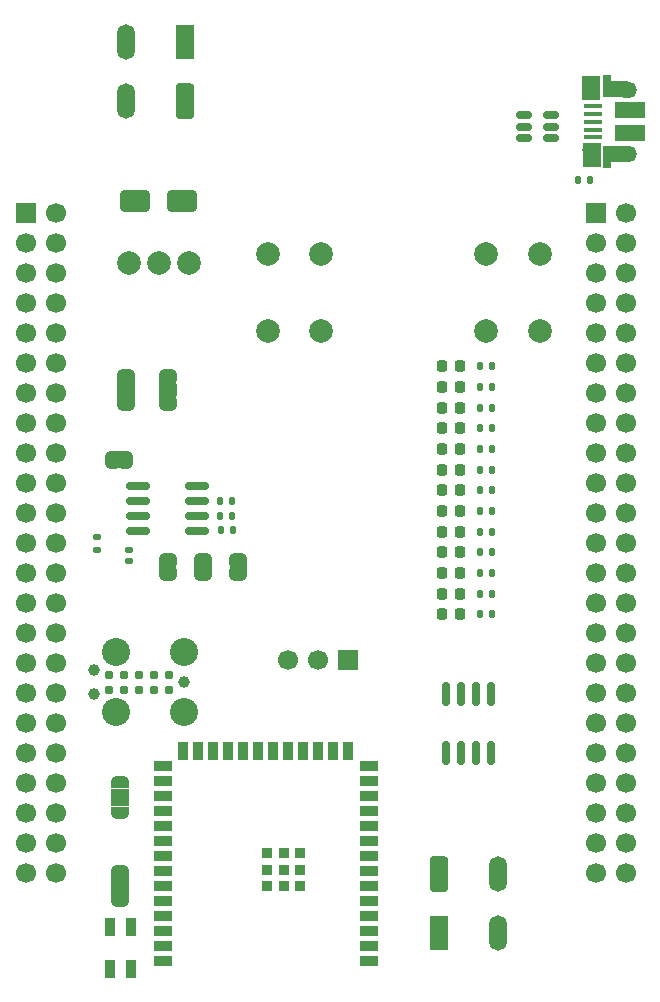
<source format=gbr>
%TF.GenerationSoftware,KiCad,Pcbnew,9.0.1+1*%
%TF.CreationDate,2025-11-21T01:45:49+00:00*%
%TF.ProjectId,com4bbb,636f6d34-6262-4622-9e6b-696361645f70,rev?*%
%TF.SameCoordinates,Original*%
%TF.FileFunction,Soldermask,Top*%
%TF.FilePolarity,Negative*%
%FSLAX46Y46*%
G04 Gerber Fmt 4.6, Leading zero omitted, Abs format (unit mm)*
G04 Created by KiCad (PCBNEW 9.0.1+1) date 2025-11-21 01:45:49*
%MOMM*%
%LPD*%
G01*
G04 APERTURE LIST*
G04 Aperture macros list*
%AMRoundRect*
0 Rectangle with rounded corners*
0 $1 Rounding radius*
0 $2 $3 $4 $5 $6 $7 $8 $9 X,Y pos of 4 corners*
0 Add a 4 corners polygon primitive as box body*
4,1,4,$2,$3,$4,$5,$6,$7,$8,$9,$2,$3,0*
0 Add four circle primitives for the rounded corners*
1,1,$1+$1,$2,$3*
1,1,$1+$1,$4,$5*
1,1,$1+$1,$6,$7*
1,1,$1+$1,$8,$9*
0 Add four rect primitives between the rounded corners*
20,1,$1+$1,$2,$3,$4,$5,0*
20,1,$1+$1,$4,$5,$6,$7,0*
20,1,$1+$1,$6,$7,$8,$9,0*
20,1,$1+$1,$8,$9,$2,$3,0*%
%AMFreePoly0*
4,1,23,0.550000,-0.750000,0.000000,-0.750000,0.000000,-0.745722,-0.065263,-0.745722,-0.191342,-0.711940,-0.304381,-0.646677,-0.396677,-0.554381,-0.461940,-0.441342,-0.495722,-0.315263,-0.495722,-0.250000,-0.500000,-0.250000,-0.500000,0.250000,-0.495722,0.250000,-0.495722,0.315263,-0.461940,0.441342,-0.396677,0.554381,-0.304381,0.646677,-0.191342,0.711940,-0.065263,0.745722,0.000000,0.745722,
0.000000,0.750000,0.550000,0.750000,0.550000,-0.750000,0.550000,-0.750000,$1*%
%AMFreePoly1*
4,1,23,0.000000,0.745722,0.065263,0.745722,0.191342,0.711940,0.304381,0.646677,0.396677,0.554381,0.461940,0.441342,0.495722,0.315263,0.495722,0.250000,0.500000,0.250000,0.500000,-0.250000,0.495722,-0.250000,0.495722,-0.315263,0.461940,-0.441342,0.396677,-0.554381,0.304381,-0.646677,0.191342,-0.711940,0.065263,-0.745722,0.000000,-0.745722,0.000000,-0.750000,-0.550000,-0.750000,
-0.550000,0.750000,0.000000,0.750000,0.000000,0.745722,0.000000,0.745722,$1*%
%AMFreePoly2*
4,1,23,0.500000,-0.750000,0.000000,-0.750000,0.000000,-0.745722,-0.065263,-0.745722,-0.191342,-0.711940,-0.304381,-0.646677,-0.396677,-0.554381,-0.461940,-0.441342,-0.495722,-0.315263,-0.495722,-0.250000,-0.500000,-0.250000,-0.500000,0.250000,-0.495722,0.250000,-0.495722,0.315263,-0.461940,0.441342,-0.396677,0.554381,-0.304381,0.646677,-0.191342,0.711940,-0.065263,0.745722,0.000000,0.745722,
0.000000,0.750000,0.500000,0.750000,0.500000,-0.750000,0.500000,-0.750000,$1*%
%AMFreePoly3*
4,1,23,0.000000,0.745722,0.065263,0.745722,0.191342,0.711940,0.304381,0.646677,0.396677,0.554381,0.461940,0.441342,0.495722,0.315263,0.495722,0.250000,0.500000,0.250000,0.500000,-0.250000,0.495722,-0.250000,0.495722,-0.315263,0.461940,-0.441342,0.396677,-0.554381,0.304381,-0.646677,0.191342,-0.711940,0.065263,-0.745722,0.000000,-0.745722,0.000000,-0.750000,-0.500000,-0.750000,
-0.500000,0.750000,0.000000,0.750000,0.000000,0.745722,0.000000,0.745722,$1*%
G04 Aperture macros list end*
%ADD10R,1.700000X1.700000*%
%ADD11C,1.700000*%
%ADD12RoundRect,0.140000X-0.170000X0.140000X-0.170000X-0.140000X0.170000X-0.140000X0.170000X0.140000X0*%
%ADD13RoundRect,0.250001X-0.499999X-1.249999X0.499999X-1.249999X0.499999X1.249999X-0.499999X1.249999X0*%
%ADD14R,1.500000X3.000000*%
%ADD15O,1.500000X3.000000*%
%ADD16FreePoly0,90.000000*%
%ADD17R,1.500000X1.000000*%
%ADD18FreePoly1,90.000000*%
%ADD19FreePoly0,270.000000*%
%ADD20FreePoly1,270.000000*%
%ADD21FreePoly2,270.000000*%
%ADD22FreePoly3,270.000000*%
%ADD23RoundRect,0.135000X-0.135000X-0.185000X0.135000X-0.185000X0.135000X0.185000X-0.135000X0.185000X0*%
%ADD24C,2.000000*%
%ADD25RoundRect,0.150000X0.825000X0.150000X-0.825000X0.150000X-0.825000X-0.150000X0.825000X-0.150000X0*%
%ADD26RoundRect,0.218750X0.218750X0.256250X-0.218750X0.256250X-0.218750X-0.256250X0.218750X-0.256250X0*%
%ADD27RoundRect,0.135000X0.135000X0.185000X-0.135000X0.185000X-0.135000X-0.185000X0.135000X-0.185000X0*%
%ADD28RoundRect,0.135000X0.185000X-0.135000X0.185000X0.135000X-0.185000X0.135000X-0.185000X-0.135000X0*%
%ADD29RoundRect,0.150000X-0.150000X0.825000X-0.150000X-0.825000X0.150000X-0.825000X0.150000X0.825000X0*%
%ADD30RoundRect,0.250001X0.499999X1.249999X-0.499999X1.249999X-0.499999X-1.249999X0.499999X-1.249999X0*%
%ADD31RoundRect,0.250000X1.000000X0.650000X-1.000000X0.650000X-1.000000X-0.650000X1.000000X-0.650000X0*%
%ADD32RoundRect,0.150000X-0.512500X-0.150000X0.512500X-0.150000X0.512500X0.150000X-0.512500X0.150000X0*%
%ADD33R,0.850000X1.600000*%
%ADD34R,1.500000X0.900000*%
%ADD35R,0.900000X1.500000*%
%ADD36R,0.900000X0.900000*%
%ADD37RoundRect,0.147500X0.147500X0.172500X-0.147500X0.172500X-0.147500X-0.172500X0.147500X-0.172500X0*%
%ADD38C,2.374900*%
%ADD39C,0.990600*%
%ADD40C,0.787400*%
%ADD41R,1.650000X0.400000*%
%ADD42R,0.700000X1.825000*%
%ADD43R,1.500000X2.000000*%
%ADD44R,2.000000X1.350000*%
%ADD45O,1.700000X1.350000*%
%ADD46O,1.500000X1.100000*%
%ADD47R,2.500000X1.430000*%
%ADD48FreePoly2,0.000000*%
%ADD49FreePoly3,0.000000*%
G04 APERTURE END LIST*
%TO.C,JP201*%
G36*
X124120100Y-78132400D02*
G01*
X125620100Y-78132400D01*
X125620100Y-76632400D01*
X124120100Y-76632400D01*
X124120100Y-78132400D01*
G37*
%TO.C,JP202*%
G36*
X129120100Y-76632400D02*
G01*
X127620100Y-76632400D01*
X127620100Y-78132400D01*
X129120100Y-78132400D01*
X129120100Y-76632400D01*
G37*
%TO.C,JP204*%
G36*
X123620100Y-120132400D02*
G01*
X125120100Y-120132400D01*
X125120100Y-118632400D01*
X123620100Y-118632400D01*
X123620100Y-120132400D01*
G37*
%TO.C,JP205*%
G36*
X123620100Y-112632400D02*
G01*
X125120100Y-112632400D01*
X125120100Y-111132400D01*
X123620100Y-111132400D01*
X123620100Y-112632400D01*
G37*
%TO.C,JP101*%
G36*
X129120100Y-92232400D02*
G01*
X127620100Y-92232400D01*
X127620100Y-92532400D01*
X129120100Y-92532400D01*
X129120100Y-92232400D01*
G37*
%TO.C,JP103*%
G36*
X135120100Y-92232400D02*
G01*
X133620100Y-92232400D01*
X133620100Y-92532400D01*
X135120100Y-92532400D01*
X135120100Y-92232400D01*
G37*
%TO.C,JP102*%
G36*
X132120100Y-92232400D02*
G01*
X130620100Y-92232400D01*
X130620100Y-92532400D01*
X132120100Y-92532400D01*
X132120100Y-92232400D01*
G37*
%TO.C,JP104*%
G36*
X124120100Y-82532400D02*
G01*
X124420100Y-82532400D01*
X124420100Y-84032400D01*
X124120100Y-84032400D01*
X124120100Y-82532400D01*
G37*
%TD*%
D10*
%TO.C,P8*%
X164630100Y-62382400D03*
D11*
X167170100Y-62382400D03*
X164630100Y-64922400D03*
X167170100Y-64922400D03*
X164630100Y-67462400D03*
X167170100Y-67462400D03*
X164630100Y-70002400D03*
X167170100Y-70002400D03*
X164630100Y-72542400D03*
X167170100Y-72542400D03*
X164630100Y-75082400D03*
X167170100Y-75082400D03*
X164630100Y-77622400D03*
X167170100Y-77622400D03*
X164630100Y-80162400D03*
X167170100Y-80162400D03*
X164630100Y-82702400D03*
X167170100Y-82702400D03*
X164630100Y-85242400D03*
X167170100Y-85242400D03*
X164630100Y-87782400D03*
X167170100Y-87782400D03*
X164630100Y-90322400D03*
X167170100Y-90322400D03*
X164630100Y-92862400D03*
X167170100Y-92862400D03*
X164630100Y-95402400D03*
X167170100Y-95402400D03*
X164630100Y-97942400D03*
X167170100Y-97942400D03*
X164630100Y-100482400D03*
X167170100Y-100482400D03*
X164630100Y-103022400D03*
X167170100Y-103022400D03*
X164630100Y-105562400D03*
X167170100Y-105562400D03*
X164630100Y-108102400D03*
X167170100Y-108102400D03*
X164630100Y-110642400D03*
X167170100Y-110642400D03*
X164630100Y-113182400D03*
X167170100Y-113182400D03*
X164630100Y-115722400D03*
X167170100Y-115722400D03*
X164630100Y-118262400D03*
X167170100Y-118262400D03*
%TD*%
D10*
%TO.C,P9*%
X116370100Y-62382400D03*
D11*
X118910100Y-62382400D03*
X116370100Y-64922400D03*
X118910100Y-64922400D03*
X116370100Y-67462400D03*
X118910100Y-67462400D03*
X116370100Y-70002400D03*
X118910100Y-70002400D03*
X116370100Y-72542400D03*
X118910100Y-72542400D03*
X116370100Y-75082400D03*
X118910100Y-75082400D03*
X116370100Y-77622400D03*
X118910100Y-77622400D03*
X116370100Y-80162400D03*
X118910100Y-80162400D03*
X116370100Y-82702400D03*
X118910100Y-82702400D03*
X116370100Y-85242400D03*
X118910100Y-85242400D03*
X116370100Y-87782400D03*
X118910100Y-87782400D03*
X116370100Y-90322400D03*
X118910100Y-90322400D03*
X116370100Y-92862400D03*
X118910100Y-92862400D03*
X116370100Y-95402400D03*
X118910100Y-95402400D03*
X116370100Y-97942400D03*
X118910100Y-97942400D03*
X116370100Y-100482400D03*
X118910100Y-100482400D03*
X116370100Y-103022400D03*
X118910100Y-103022400D03*
X116370100Y-105562400D03*
X118910100Y-105562400D03*
X116370100Y-108102400D03*
X118910100Y-108102400D03*
X116370100Y-110642400D03*
X118910100Y-110642400D03*
X116370100Y-113182400D03*
X118910100Y-113182400D03*
X116370100Y-115722400D03*
X118910100Y-115722400D03*
X116370100Y-118262400D03*
X118910100Y-118262400D03*
%TD*%
D12*
%TO.C,C101*%
X125120100Y-90902400D03*
X125120100Y-91862400D03*
%TD*%
D13*
%TO.C,J101*%
X151370100Y-118382400D03*
D14*
X151370100Y-123382400D03*
D15*
X156370100Y-118382400D03*
X156370100Y-123382400D03*
%TD*%
D16*
%TO.C,JP201*%
X124870100Y-78682400D03*
D17*
X124870100Y-77382400D03*
D18*
X124870100Y-76082400D03*
%TD*%
D19*
%TO.C,JP202*%
X128370100Y-76082400D03*
D17*
X128370100Y-77382400D03*
D20*
X128370100Y-78682400D03*
%TD*%
D16*
%TO.C,JP204*%
X124370100Y-120682400D03*
D17*
X124370100Y-119382400D03*
D18*
X124370100Y-118082400D03*
%TD*%
D16*
%TO.C,JP205*%
X124370100Y-113182400D03*
D17*
X124370100Y-111882400D03*
D18*
X124370100Y-110582400D03*
%TD*%
D21*
%TO.C,JP101*%
X128370100Y-91732400D03*
D22*
X128370100Y-93032400D03*
%TD*%
D21*
%TO.C,JP103*%
X134370100Y-91732400D03*
D22*
X134370100Y-93032400D03*
%TD*%
D23*
%TO.C,R101*%
X154860100Y-75382400D03*
X155880100Y-75382400D03*
%TD*%
%TO.C,R102*%
X154860100Y-77132400D03*
X155880100Y-77132400D03*
%TD*%
%TO.C,R104*%
X154860100Y-80632400D03*
X155880100Y-80632400D03*
%TD*%
D24*
%TO.C,SW101*%
X155370100Y-72382400D03*
X155370100Y-65882400D03*
X159870100Y-72382400D03*
X159870100Y-65882400D03*
%TD*%
%TO.C,SW102*%
X136870100Y-72382400D03*
X136870100Y-65882400D03*
X141370100Y-72382400D03*
X141370100Y-65882400D03*
%TD*%
D25*
%TO.C,U103*%
X130845100Y-89287400D03*
X130845100Y-88017400D03*
X130845100Y-86747400D03*
X130845100Y-85477400D03*
X125895100Y-85477400D03*
X125895100Y-86747400D03*
X125895100Y-88017400D03*
X125895100Y-89287400D03*
%TD*%
D26*
%TO.C,D101*%
X153157600Y-75382400D03*
X151582600Y-75382400D03*
%TD*%
%TO.C,D102*%
X153157600Y-77132400D03*
X151582600Y-77132400D03*
%TD*%
%TO.C,D103*%
X153157600Y-78882400D03*
X151582600Y-78882400D03*
%TD*%
%TO.C,D104*%
X153157600Y-80632400D03*
X151582600Y-80632400D03*
%TD*%
%TO.C,D105*%
X153157600Y-82382400D03*
X151582600Y-82382400D03*
%TD*%
%TO.C,D106*%
X153157600Y-84132400D03*
X151582600Y-84132400D03*
%TD*%
%TO.C,D107*%
X153157600Y-85882400D03*
X151582600Y-85882400D03*
%TD*%
%TO.C,D108*%
X153157600Y-87632400D03*
X151582600Y-87632400D03*
%TD*%
%TO.C,D109*%
X153157600Y-89382400D03*
X151582600Y-89382400D03*
%TD*%
%TO.C,D110*%
X153157600Y-91132400D03*
X151582600Y-91132400D03*
%TD*%
%TO.C,D111*%
X153157600Y-92882400D03*
X151582600Y-92882400D03*
%TD*%
%TO.C,D112*%
X153157600Y-94632400D03*
X151582600Y-94632400D03*
%TD*%
%TO.C,D113*%
X153157600Y-96382400D03*
X151582600Y-96382400D03*
%TD*%
D23*
%TO.C,R105*%
X154850100Y-82382400D03*
X155870100Y-82382400D03*
%TD*%
%TO.C,R106*%
X154860100Y-84132400D03*
X155880100Y-84132400D03*
%TD*%
%TO.C,R107*%
X154860100Y-85882400D03*
X155880100Y-85882400D03*
%TD*%
%TO.C,R108*%
X154860100Y-87632400D03*
X155880100Y-87632400D03*
%TD*%
%TO.C,R109*%
X154860100Y-89382400D03*
X155880100Y-89382400D03*
%TD*%
%TO.C,R110*%
X154860100Y-91132400D03*
X155880100Y-91132400D03*
%TD*%
%TO.C,R111*%
X154860100Y-92882400D03*
X155880100Y-92882400D03*
%TD*%
%TO.C,R112*%
X154860100Y-94632400D03*
X155880100Y-94632400D03*
%TD*%
%TO.C,R113*%
X154860100Y-96382400D03*
X155880100Y-96382400D03*
%TD*%
D27*
%TO.C,R114*%
X133870100Y-86782400D03*
X132850100Y-86782400D03*
%TD*%
%TO.C,R115*%
X133870100Y-88032400D03*
X132850100Y-88032400D03*
%TD*%
%TO.C,R116*%
X133880100Y-89282400D03*
X132860100Y-89282400D03*
%TD*%
D28*
%TO.C,R117*%
X122370100Y-90892400D03*
X122370100Y-89872400D03*
%TD*%
D23*
%TO.C,R103*%
X154860100Y-78882400D03*
X155880100Y-78882400D03*
%TD*%
D21*
%TO.C,JP102*%
X131370100Y-91732400D03*
D22*
X131370100Y-93032400D03*
%TD*%
D29*
%TO.C,U101*%
X155775100Y-103157400D03*
X154505100Y-103157400D03*
X153235100Y-103157400D03*
X151965100Y-103157400D03*
X151965100Y-108107400D03*
X153235100Y-108107400D03*
X154505100Y-108107400D03*
X155775100Y-108107400D03*
%TD*%
D30*
%TO.C,J102*%
X129870100Y-52882400D03*
D14*
X129870100Y-47882400D03*
D15*
X124870100Y-52882400D03*
X124870100Y-47882400D03*
%TD*%
D24*
%TO.C,U102*%
X130160100Y-66632400D03*
X127620100Y-66632400D03*
X125080100Y-66632400D03*
%TD*%
D31*
%TO.C,D114*%
X129620100Y-61382400D03*
X125620100Y-61382400D03*
%TD*%
D32*
%TO.C,U201*%
X158532600Y-54132400D03*
X158532600Y-55082400D03*
X158532600Y-56032400D03*
X160807600Y-56032400D03*
X160807600Y-55082400D03*
X160807600Y-54132400D03*
%TD*%
D33*
%TO.C,D201*%
X123495100Y-126382400D03*
X125245100Y-126382400D03*
X125245100Y-122882400D03*
X123495100Y-122882400D03*
%TD*%
D34*
%TO.C,U202*%
X145450000Y-125720000D03*
X145450000Y-124450000D03*
X145450000Y-123180000D03*
X145450000Y-121910000D03*
X145450000Y-120640000D03*
X145450000Y-119370000D03*
X145450000Y-118100000D03*
X145450000Y-116830000D03*
X145450000Y-115560000D03*
X145450000Y-114290000D03*
X145450000Y-113020000D03*
X145450000Y-111750000D03*
X145450000Y-110480000D03*
X145450000Y-109210000D03*
D35*
X143685000Y-107960000D03*
X142415000Y-107960000D03*
X141145000Y-107960000D03*
X139875000Y-107960000D03*
X138605000Y-107960000D03*
X137335000Y-107960000D03*
X136065000Y-107960000D03*
X134795000Y-107960000D03*
X133525000Y-107960000D03*
X132255000Y-107960000D03*
X130985000Y-107960000D03*
X129715000Y-107960000D03*
D34*
X127950000Y-109210000D03*
X127950000Y-110480000D03*
X127950000Y-111750000D03*
X127950000Y-113020000D03*
X127950000Y-114290000D03*
X127950000Y-115560000D03*
X127950000Y-116830000D03*
X127950000Y-118100000D03*
X127950000Y-119370000D03*
X127950000Y-120640000D03*
X127950000Y-121910000D03*
X127950000Y-123180000D03*
X127950000Y-124450000D03*
X127950000Y-125720000D03*
D36*
X139600000Y-119400000D03*
X139600000Y-118000000D03*
X139600000Y-116600000D03*
X138200000Y-119400000D03*
X138200000Y-118000000D03*
X138200000Y-116600000D03*
X136800000Y-119400000D03*
X136800000Y-118000000D03*
X136800000Y-116600000D03*
%TD*%
D37*
%TO.C,FB201*%
X164105100Y-59632400D03*
X163135100Y-59632400D03*
%TD*%
D38*
%TO.C,J202*%
X129740100Y-104688400D03*
D39*
X129740100Y-102148400D03*
D38*
X129740100Y-99608400D03*
X124025100Y-104688400D03*
X124025100Y-99608400D03*
D39*
X122120100Y-103164400D03*
X122120100Y-101132400D03*
D40*
X128470100Y-101513400D03*
X127200100Y-101513400D03*
X125930100Y-101513400D03*
X124660100Y-101513400D03*
X123390100Y-101513400D03*
X123390100Y-102783400D03*
X124660100Y-102783400D03*
X125930100Y-102783400D03*
X127200100Y-102783400D03*
X128470100Y-102783400D03*
%TD*%
D41*
%TO.C,J201*%
X164370100Y-55982400D03*
X164370100Y-55332400D03*
X164370100Y-54682400D03*
X164370100Y-54032400D03*
X164370100Y-53382400D03*
D42*
X165570100Y-57632400D03*
D43*
X164270100Y-57532400D03*
D44*
X166320100Y-57412400D03*
D45*
X167250100Y-57412400D03*
D46*
X164250100Y-57102400D03*
D47*
X167520100Y-55642400D03*
X167520100Y-53722400D03*
D46*
X164250100Y-52262400D03*
D45*
X167250100Y-51952400D03*
D44*
X166320100Y-51932400D03*
D43*
X164250100Y-51782400D03*
D42*
X165570100Y-51682400D03*
%TD*%
D10*
%TO.C,JP203*%
X143670100Y-100282400D03*
D11*
X141130100Y-100282400D03*
X138590100Y-100282400D03*
%TD*%
D48*
%TO.C,JP104*%
X123620100Y-83282400D03*
D49*
X124920100Y-83282400D03*
%TD*%
M02*

</source>
